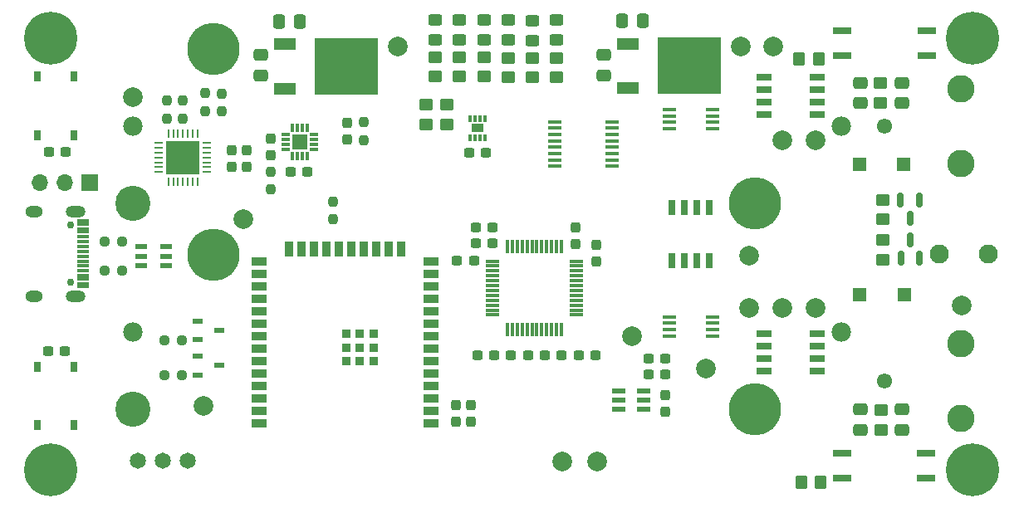
<source format=gbr>
%TF.GenerationSoftware,KiCad,Pcbnew,(6.0.4)*%
%TF.CreationDate,2023-03-24T19:38:28+01:00*%
%TF.ProjectId,test,74657374-2e6b-4696-9361-645f70636258,rev?*%
%TF.SameCoordinates,Original*%
%TF.FileFunction,Soldermask,Top*%
%TF.FilePolarity,Negative*%
%FSLAX46Y46*%
G04 Gerber Fmt 4.6, Leading zero omitted, Abs format (unit mm)*
G04 Created by KiCad (PCBNEW (6.0.4)) date 2023-03-24 19:38:28*
%MOMM*%
%LPD*%
G01*
G04 APERTURE LIST*
G04 Aperture macros list*
%AMRoundRect*
0 Rectangle with rounded corners*
0 $1 Rounding radius*
0 $2 $3 $4 $5 $6 $7 $8 $9 X,Y pos of 4 corners*
0 Add a 4 corners polygon primitive as box body*
4,1,4,$2,$3,$4,$5,$6,$7,$8,$9,$2,$3,0*
0 Add four circle primitives for the rounded corners*
1,1,$1+$1,$2,$3*
1,1,$1+$1,$4,$5*
1,1,$1+$1,$6,$7*
1,1,$1+$1,$8,$9*
0 Add four rect primitives between the rounded corners*
20,1,$1+$1,$2,$3,$4,$5,0*
20,1,$1+$1,$4,$5,$6,$7,0*
20,1,$1+$1,$6,$7,$8,$9,0*
20,1,$1+$1,$8,$9,$2,$3,0*%
G04 Aperture macros list end*
%ADD10C,2.000000*%
%ADD11RoundRect,0.237500X0.300000X0.237500X-0.300000X0.237500X-0.300000X-0.237500X0.300000X-0.237500X0*%
%ADD12RoundRect,0.250000X-0.450000X0.325000X-0.450000X-0.325000X0.450000X-0.325000X0.450000X0.325000X0*%
%ADD13RoundRect,0.237500X-0.250000X-0.237500X0.250000X-0.237500X0.250000X0.237500X-0.250000X0.237500X0*%
%ADD14RoundRect,0.237500X-0.300000X-0.237500X0.300000X-0.237500X0.300000X0.237500X-0.300000X0.237500X0*%
%ADD15R,1.900000X0.750000*%
%ADD16RoundRect,0.250000X0.475000X-0.337500X0.475000X0.337500X-0.475000X0.337500X-0.475000X-0.337500X0*%
%ADD17R,1.475000X1.400000*%
%ADD18C,1.650000*%
%ADD19C,0.750013*%
%ADD20O,2.000000X1.200000*%
%ADD21O,1.800000X1.200000*%
%ADD22R,1.300000X0.300000*%
%ADD23RoundRect,0.237500X-0.237500X0.300000X-0.237500X-0.300000X0.237500X-0.300000X0.237500X0.300000X0*%
%ADD24R,2.200000X1.200000*%
%ADD25R,6.400000X5.800000*%
%ADD26R,0.750000X1.000000*%
%ADD27RoundRect,0.250000X0.450000X-0.350000X0.450000X0.350000X-0.450000X0.350000X-0.450000X-0.350000X0*%
%ADD28RoundRect,0.237500X-0.237500X0.250000X-0.237500X-0.250000X0.237500X-0.250000X0.237500X0.250000X0*%
%ADD29C,3.100000*%
%ADD30C,5.400000*%
%ADD31R,0.300000X0.750000*%
%ADD32R,1.300000X0.900000*%
%ADD33RoundRect,0.237500X0.237500X-0.300000X0.237500X0.300000X-0.237500X0.300000X-0.237500X-0.300000X0*%
%ADD34RoundRect,0.150000X-0.150000X0.587500X-0.150000X-0.587500X0.150000X-0.587500X0.150000X0.587500X0*%
%ADD35RoundRect,0.062500X0.337500X0.062500X-0.337500X0.062500X-0.337500X-0.062500X0.337500X-0.062500X0*%
%ADD36RoundRect,0.062500X0.062500X0.337500X-0.062500X0.337500X-0.062500X-0.337500X0.062500X-0.337500X0*%
%ADD37R,3.350000X3.350000*%
%ADD38RoundRect,0.250000X0.337500X0.475000X-0.337500X0.475000X-0.337500X-0.475000X0.337500X-0.475000X0*%
%ADD39R,1.425000X0.450000*%
%ADD40R,1.500000X0.900000*%
%ADD41R,0.900000X1.500000*%
%ADD42R,0.900000X0.900000*%
%ADD43RoundRect,0.250000X-0.450000X0.350000X-0.450000X-0.350000X0.450000X-0.350000X0.450000X0.350000X0*%
%ADD44RoundRect,0.250000X-0.350000X-0.450000X0.350000X-0.450000X0.350000X0.450000X-0.350000X0.450000X0*%
%ADD45RoundRect,0.250000X-0.475000X0.337500X-0.475000X-0.337500X0.475000X-0.337500X0.475000X0.337500X0*%
%ADD46R,1.500000X0.650000*%
%ADD47R,1.475000X0.450000*%
%ADD48R,0.300000X1.475000*%
%ADD49R,1.475000X0.300000*%
%ADD50RoundRect,0.237500X0.250000X0.237500X-0.250000X0.237500X-0.250000X-0.237500X0.250000X-0.237500X0*%
%ADD51R,1.200000X0.600000*%
%ADD52R,1.100000X0.600000*%
%ADD53R,0.850000X0.300000*%
%ADD54R,0.300000X0.850000*%
%ADD55R,1.650000X1.650000*%
%ADD56RoundRect,0.150000X0.150000X-0.587500X0.150000X0.587500X-0.150000X0.587500X-0.150000X-0.587500X0*%
%ADD57RoundRect,0.237500X0.237500X-0.250000X0.237500X0.250000X-0.237500X0.250000X-0.237500X-0.250000X0*%
%ADD58R,1.400000X0.600000*%
%ADD59R,0.650000X1.500000*%
%ADD60R,1.700000X1.700000*%
%ADD61O,1.700000X1.700000*%
%ADD62C,2.800000*%
%ADD63C,1.550000*%
%ADD64C,1.980000*%
%ADD65C,5.325000*%
%ADD66C,3.585000*%
%ADD67C,1.950000*%
G04 APERTURE END LIST*
D10*
%TO.C,TP15*%
X62225000Y-33425000D03*
%TD*%
%TO.C,TP1*%
X11400000Y-9000000D03*
%TD*%
D11*
%TO.C,C6*%
X4522500Y-14580000D03*
X2797500Y-14580000D03*
%TD*%
D12*
%TO.C,D1*%
X49650000Y-1125000D03*
X49650000Y-3175000D03*
%TD*%
D13*
%TO.C,R1*%
X8467500Y-26750000D03*
X10292500Y-26750000D03*
%TD*%
D14*
%TO.C,C31*%
X63922500Y-37285000D03*
X65647500Y-37285000D03*
%TD*%
D15*
%TO.C,K2*%
X83650000Y-45310000D03*
X83650000Y-47850000D03*
X92250000Y-47850000D03*
X92250000Y-45310000D03*
%TD*%
D11*
%TO.C,C5*%
X48230000Y-35350000D03*
X46505000Y-35350000D03*
%TD*%
D16*
%TO.C,C25*%
X89780000Y-42947500D03*
X89780000Y-40872500D03*
%TD*%
D17*
%TO.C,C29*%
X89982500Y-29210000D03*
X85457500Y-29210000D03*
%TD*%
D18*
%TO.C,SW3*%
X16990000Y-46125000D03*
X14450000Y-46125000D03*
X11910000Y-46125000D03*
%TD*%
D10*
%TO.C,TP2*%
X38330000Y-3880000D03*
%TD*%
D19*
%TO.C,U1*%
X5015621Y-22099060D03*
X5015621Y-27898908D03*
D20*
X5515748Y-20673863D03*
X5515748Y-29324105D03*
D21*
X1315850Y-29324105D03*
X1315850Y-20673863D03*
D22*
X6284100Y-21648971D03*
X6284100Y-22449073D03*
X6284100Y-23749047D03*
X6284100Y-24749047D03*
X6284100Y-25248920D03*
X6284100Y-26248666D03*
X6284100Y-27549149D03*
X6284100Y-28348997D03*
X6284100Y-28049022D03*
X6284100Y-27248920D03*
X6284100Y-26749047D03*
X6284100Y-25749047D03*
X6284100Y-24248920D03*
X6284100Y-23248920D03*
X6284100Y-22749047D03*
X6284100Y-21948946D03*
%TD*%
D23*
%TO.C,C8*%
X45860000Y-40400000D03*
X45860000Y-42125000D03*
%TD*%
D24*
%TO.C,U7*%
X61800000Y-3570000D03*
D25*
X68100000Y-5850000D03*
D24*
X61800000Y-8130000D03*
%TD*%
D10*
%TO.C,TP10*%
X74200000Y-30570000D03*
%TD*%
%TO.C,TP5*%
X80975000Y-13400000D03*
%TD*%
D17*
%TO.C,C28*%
X85437500Y-15900000D03*
X89962500Y-15900000D03*
%TD*%
D26*
%TO.C,SW2*%
X1625000Y-12900000D03*
X1625000Y-6900000D03*
X5375000Y-12900000D03*
X5375000Y-6900000D03*
%TD*%
D27*
%TO.C,R17*%
X41250000Y-11825000D03*
X41250000Y-9825000D03*
%TD*%
D28*
%TO.C,R9*%
X34872500Y-11582500D03*
X34872500Y-13407500D03*
%TD*%
D29*
%TO.C,H4*%
X97000000Y-47000000D03*
D30*
X97000000Y-47000000D03*
%TD*%
D23*
%TO.C,C7*%
X44300000Y-40400000D03*
X44300000Y-42125000D03*
%TD*%
D10*
%TO.C,TP7*%
X77575000Y-13400000D03*
%TD*%
D31*
%TO.C,IC3*%
X45762500Y-13200000D03*
X46262500Y-13200000D03*
X46762500Y-13200000D03*
X47262500Y-13200000D03*
X47262500Y-11200000D03*
X46762500Y-11200000D03*
X46262500Y-11200000D03*
X45762500Y-11200000D03*
D32*
X46512500Y-12200000D03*
%TD*%
D33*
%TO.C,C15*%
X33187500Y-13337500D03*
X33187500Y-11612500D03*
%TD*%
D34*
%TO.C,D7*%
X91525000Y-19487500D03*
X89625000Y-19487500D03*
X90575000Y-21362500D03*
%TD*%
D14*
%TO.C,C30*%
X63922500Y-35685000D03*
X65647500Y-35685000D03*
%TD*%
D26*
%TO.C,SW1*%
X1625000Y-42500000D03*
X1625000Y-36500000D03*
X5375000Y-42500000D03*
X5375000Y-36500000D03*
%TD*%
D14*
%TO.C,C10*%
X53345000Y-35370000D03*
X55070000Y-35370000D03*
%TD*%
D10*
%TO.C,TP13*%
X55175000Y-46200000D03*
%TD*%
D35*
%TO.C,U2*%
X18925000Y-16675000D03*
X18925000Y-16175000D03*
X18925000Y-15675000D03*
X18925000Y-15175000D03*
X18925000Y-14675000D03*
X18925000Y-14175000D03*
X18925000Y-13675000D03*
D36*
X17975000Y-12725000D03*
X17475000Y-12725000D03*
X16975000Y-12725000D03*
X16475000Y-12725000D03*
X15975000Y-12725000D03*
X15475000Y-12725000D03*
X14975000Y-12725000D03*
D35*
X14025000Y-13675000D03*
X14025000Y-14175000D03*
X14025000Y-14675000D03*
X14025000Y-15175000D03*
X14025000Y-15675000D03*
X14025000Y-16175000D03*
X14025000Y-16675000D03*
D36*
X14975000Y-17625000D03*
X15475000Y-17625000D03*
X15975000Y-17625000D03*
X16475000Y-17625000D03*
X16975000Y-17625000D03*
X17475000Y-17625000D03*
X17975000Y-17625000D03*
D37*
X16475000Y-15175000D03*
%TD*%
D11*
%TO.C,C9*%
X51640000Y-35360000D03*
X49915000Y-35360000D03*
%TD*%
D38*
%TO.C,C22*%
X63337500Y-1250000D03*
X61262500Y-1250000D03*
%TD*%
D28*
%TO.C,R11*%
X31775000Y-19687500D03*
X31775000Y-21512500D03*
%TD*%
D27*
%TO.C,R24*%
X87800000Y-21500000D03*
X87800000Y-19500000D03*
%TD*%
D39*
%TO.C,IC6*%
X70472000Y-12255000D03*
X70472000Y-11605000D03*
X70472000Y-10955000D03*
X70472000Y-10305000D03*
X66048000Y-10305000D03*
X66048000Y-10955000D03*
X66048000Y-11605000D03*
X66048000Y-12255000D03*
%TD*%
D40*
%TO.C,U3*%
X41750000Y-42310000D03*
X41750000Y-41040000D03*
X41750000Y-39770000D03*
X41750000Y-38500000D03*
X41750000Y-37230000D03*
X41750000Y-35960000D03*
X41750000Y-34690000D03*
X41750000Y-33420000D03*
X41750000Y-32150000D03*
X41750000Y-30880000D03*
X41750000Y-29610000D03*
X41750000Y-28340000D03*
X41750000Y-27070000D03*
X41750000Y-25800000D03*
D41*
X38720000Y-24550000D03*
X37450000Y-24550000D03*
X36180000Y-24550000D03*
X34910000Y-24550000D03*
X33640000Y-24550000D03*
X32370000Y-24550000D03*
X31100000Y-24550000D03*
X29830000Y-24550000D03*
X28560000Y-24550000D03*
X27290000Y-24550000D03*
D40*
X24250000Y-25800000D03*
X24250000Y-27070000D03*
X24250000Y-28340000D03*
X24250000Y-29610000D03*
X24250000Y-30880000D03*
X24250000Y-32150000D03*
X24250000Y-33420000D03*
X24250000Y-34690000D03*
X24250000Y-35960000D03*
X24250000Y-37230000D03*
X24250000Y-38500000D03*
X24250000Y-39770000D03*
X24250000Y-41040000D03*
X24250000Y-42310000D03*
D42*
X33100000Y-34590000D03*
X34500000Y-34590000D03*
X35900000Y-35990000D03*
X33100000Y-33190000D03*
X35900000Y-34590000D03*
X34500000Y-33190000D03*
X34500000Y-35990000D03*
X35900000Y-33190000D03*
X33100000Y-35990000D03*
%TD*%
D43*
%TO.C,R19*%
X54500000Y-5020000D03*
X54500000Y-7020000D03*
%TD*%
D44*
%TO.C,R20*%
X79275000Y-5125000D03*
X81275000Y-5125000D03*
%TD*%
D11*
%TO.C,C16*%
X47355000Y-14670000D03*
X45630000Y-14670000D03*
%TD*%
D29*
%TO.C,H1*%
X3000000Y-3000000D03*
D30*
X3000000Y-3000000D03*
%TD*%
D11*
%TO.C,C14*%
X29182500Y-16610000D03*
X27457500Y-16610000D03*
%TD*%
D43*
%TO.C,R23*%
X87640000Y-40960000D03*
X87640000Y-42960000D03*
%TD*%
D45*
%TO.C,C24*%
X89800000Y-7562500D03*
X89800000Y-9637500D03*
%TD*%
D33*
%TO.C,C3*%
X56530000Y-24037500D03*
X56530000Y-22312500D03*
%TD*%
D38*
%TO.C,C21*%
X28367500Y-1280000D03*
X26292500Y-1280000D03*
%TD*%
D10*
%TO.C,TP12*%
X58650000Y-46200000D03*
%TD*%
D30*
%TO.C,H2*%
X97000000Y-3000000D03*
D29*
X97000000Y-3000000D03*
%TD*%
D12*
%TO.C,D2*%
X42150000Y-1125000D03*
X42150000Y-3175000D03*
%TD*%
D46*
%TO.C,U8*%
X81100000Y-10805000D03*
X81100000Y-9535000D03*
X81100000Y-8265000D03*
X81100000Y-6995000D03*
X75700000Y-6995000D03*
X75700000Y-8265000D03*
X75700000Y-9535000D03*
X75700000Y-10805000D03*
%TD*%
D43*
%TO.C,R22*%
X87600000Y-7600000D03*
X87600000Y-9600000D03*
%TD*%
D14*
%TO.C,C11*%
X56785000Y-35360000D03*
X58510000Y-35360000D03*
%TD*%
D39*
%TO.C,IC7*%
X70472000Y-33395000D03*
X70472000Y-32745000D03*
X70472000Y-32095000D03*
X70472000Y-31445000D03*
X66048000Y-31445000D03*
X66048000Y-32095000D03*
X66048000Y-32745000D03*
X66048000Y-33395000D03*
%TD*%
D11*
%TO.C,C4*%
X4412500Y-34930000D03*
X2687500Y-34930000D03*
%TD*%
D43*
%TO.C,R14*%
X47150000Y-4920000D03*
X47150000Y-6920000D03*
%TD*%
D16*
%TO.C,C19*%
X24430000Y-6817500D03*
X24430000Y-4742500D03*
%TD*%
D43*
%TO.C,R13*%
X44600000Y-4950000D03*
X44600000Y-6950000D03*
%TD*%
D10*
%TO.C,TP6*%
X80970000Y-30560000D03*
%TD*%
D11*
%TO.C,C12*%
X48050000Y-22350000D03*
X46325000Y-22350000D03*
%TD*%
D10*
%TO.C,TP8*%
X77610000Y-30570000D03*
%TD*%
D46*
%TO.C,U9*%
X81110000Y-36965000D03*
X81110000Y-35695000D03*
X81110000Y-34425000D03*
X81110000Y-33155000D03*
X75710000Y-33155000D03*
X75710000Y-34425000D03*
X75710000Y-35695000D03*
X75710000Y-36965000D03*
%TD*%
D47*
%TO.C,IC5*%
X60208000Y-16075000D03*
X60208000Y-15425000D03*
X60208000Y-14775000D03*
X60208000Y-14125000D03*
X60208000Y-13475000D03*
X60208000Y-12825000D03*
X60208000Y-12175000D03*
X60208000Y-11525000D03*
X54332000Y-11525000D03*
X54332000Y-12175000D03*
X54332000Y-12825000D03*
X54332000Y-13475000D03*
X54332000Y-14125000D03*
X54332000Y-14775000D03*
X54332000Y-15425000D03*
X54332000Y-16075000D03*
%TD*%
D48*
%TO.C,IC2*%
X55050000Y-24262000D03*
X54550000Y-24262000D03*
X54050000Y-24262000D03*
X53550000Y-24262000D03*
X53050000Y-24262000D03*
X52550000Y-24262000D03*
X52050000Y-24262000D03*
X51550000Y-24262000D03*
X51050000Y-24262000D03*
X50550000Y-24262000D03*
X50050000Y-24262000D03*
X49550000Y-24262000D03*
D49*
X48062000Y-25750000D03*
X48062000Y-26250000D03*
X48062000Y-26750000D03*
X48062000Y-27250000D03*
X48062000Y-27750000D03*
X48062000Y-28250000D03*
X48062000Y-28750000D03*
X48062000Y-29250000D03*
X48062000Y-29750000D03*
X48062000Y-30250000D03*
X48062000Y-30750000D03*
X48062000Y-31250000D03*
D48*
X49550000Y-32738000D03*
X50050000Y-32738000D03*
X50550000Y-32738000D03*
X51050000Y-32738000D03*
X51550000Y-32738000D03*
X52050000Y-32738000D03*
X52550000Y-32738000D03*
X53050000Y-32738000D03*
X53550000Y-32738000D03*
X54050000Y-32738000D03*
X54550000Y-32738000D03*
X55050000Y-32738000D03*
D49*
X56538000Y-31250000D03*
X56538000Y-30750000D03*
X56538000Y-30250000D03*
X56538000Y-29750000D03*
X56538000Y-29250000D03*
X56538000Y-28750000D03*
X56538000Y-28250000D03*
X56538000Y-27750000D03*
X56538000Y-27250000D03*
X56538000Y-26750000D03*
X56538000Y-26250000D03*
X56538000Y-25750000D03*
%TD*%
D12*
%TO.C,D4*%
X47150000Y-1125000D03*
X47150000Y-3175000D03*
%TD*%
D50*
%TO.C,R8*%
X16362500Y-33800000D03*
X14537500Y-33800000D03*
%TD*%
D45*
%TO.C,C26*%
X85500000Y-7562500D03*
X85500000Y-9637500D03*
%TD*%
D43*
%TO.C,R7*%
X49650000Y-5020000D03*
X49650000Y-7020000D03*
%TD*%
D10*
%TO.C,TP11*%
X74200000Y-25200000D03*
%TD*%
D51*
%TO.C,IC1*%
X14750000Y-26200000D03*
X14750000Y-25250000D03*
X14750000Y-24300000D03*
X12250000Y-24300000D03*
X12250000Y-25250000D03*
X12250000Y-26200000D03*
%TD*%
D52*
%TO.C,Q2*%
X17950000Y-31850000D03*
X17950000Y-33750000D03*
X20150000Y-32800000D03*
%TD*%
D53*
%TO.C,IC4*%
X29850000Y-14350000D03*
X29850000Y-13850000D03*
X29850000Y-13350000D03*
X29850000Y-12850000D03*
D54*
X29150000Y-12150000D03*
X28650000Y-12150000D03*
X28150000Y-12150000D03*
X27650000Y-12150000D03*
D53*
X26950000Y-12850000D03*
X26950000Y-13350000D03*
X26950000Y-13850000D03*
X26950000Y-14350000D03*
D54*
X27650000Y-15050000D03*
X28150000Y-15050000D03*
X28650000Y-15050000D03*
X29150000Y-15050000D03*
D55*
X28400000Y-13600000D03*
%TD*%
D28*
%TO.C,R10*%
X25425000Y-16625000D03*
X25425000Y-18450000D03*
%TD*%
D10*
%TO.C,TP17*%
X22650000Y-21450000D03*
%TD*%
D56*
%TO.C,D8*%
X89650000Y-25487500D03*
X91550000Y-25487500D03*
X90600000Y-23612500D03*
%TD*%
D28*
%TO.C,R5*%
X16450000Y-9387500D03*
X16450000Y-11212500D03*
%TD*%
D43*
%TO.C,R25*%
X87830000Y-23610000D03*
X87830000Y-25610000D03*
%TD*%
D12*
%TO.C,D6*%
X54500000Y-1175000D03*
X54500000Y-3225000D03*
%TD*%
D27*
%TO.C,R16*%
X43330000Y-11815000D03*
X43330000Y-9815000D03*
%TD*%
D57*
%TO.C,R6*%
X14850000Y-11212500D03*
X14850000Y-9387500D03*
%TD*%
D28*
%TO.C,R4*%
X20450000Y-8662500D03*
X20450000Y-10487500D03*
%TD*%
D58*
%TO.C,IC8*%
X63415000Y-40885000D03*
X63415000Y-39935000D03*
X63415000Y-38985000D03*
X60915000Y-38985000D03*
X60915000Y-39935000D03*
X60915000Y-40885000D03*
%TD*%
D16*
%TO.C,C20*%
X59400000Y-6787500D03*
X59400000Y-4712500D03*
%TD*%
D13*
%TO.C,R2*%
X8467500Y-23750000D03*
X10292500Y-23750000D03*
%TD*%
D33*
%TO.C,C32*%
X65635000Y-41147500D03*
X65635000Y-39422500D03*
%TD*%
D44*
%TO.C,R21*%
X79490000Y-48290000D03*
X81490000Y-48290000D03*
%TD*%
D10*
%TO.C,TP16*%
X18525000Y-40525000D03*
%TD*%
%TO.C,TP9*%
X76680000Y-3890000D03*
%TD*%
%TO.C,TP3*%
X73300000Y-3850000D03*
%TD*%
D11*
%TO.C,C13*%
X46137500Y-25675000D03*
X44412500Y-25675000D03*
%TD*%
D59*
%TO.C,U10*%
X70130000Y-20325000D03*
X68860000Y-20325000D03*
X67590000Y-20325000D03*
X66320000Y-20325000D03*
X66320000Y-25725000D03*
X67590000Y-25725000D03*
X68860000Y-25725000D03*
X70130000Y-25725000D03*
%TD*%
D30*
%TO.C,H3*%
X3000000Y-47000000D03*
D29*
X3000000Y-47000000D03*
%TD*%
D23*
%TO.C,C2*%
X58580000Y-24087500D03*
X58580000Y-25812500D03*
%TD*%
D24*
%TO.C,U6*%
X26830000Y-3600000D03*
D25*
X33130000Y-5880000D03*
D24*
X26830000Y-8160000D03*
%TD*%
D50*
%TO.C,R15*%
X16362500Y-37400000D03*
X14537500Y-37400000D03*
%TD*%
D23*
%TO.C,C23*%
X22975000Y-14437500D03*
X22975000Y-16162500D03*
%TD*%
D43*
%TO.C,R18*%
X52100000Y-5020000D03*
X52100000Y-7020000D03*
%TD*%
D12*
%TO.C,D3*%
X44600000Y-1125000D03*
X44600000Y-3175000D03*
%TD*%
D28*
%TO.C,R3*%
X18725000Y-8637500D03*
X18725000Y-10462500D03*
%TD*%
D43*
%TO.C,R12*%
X42150000Y-4925000D03*
X42150000Y-6925000D03*
%TD*%
D52*
%TO.C,Q1*%
X17950000Y-35450000D03*
X17950000Y-37350000D03*
X20150000Y-36400000D03*
%TD*%
D33*
%TO.C,C17*%
X25420000Y-14952500D03*
X25420000Y-13227500D03*
%TD*%
D10*
%TO.C,TP4*%
X95900000Y-30300000D03*
%TD*%
D11*
%TO.C,C18*%
X48052500Y-23900000D03*
X46327500Y-23900000D03*
%TD*%
D23*
%TO.C,C1*%
X21450000Y-14437500D03*
X21450000Y-16162500D03*
%TD*%
D10*
%TO.C,TP14*%
X69750000Y-36725000D03*
%TD*%
D15*
%TO.C,K1*%
X83700000Y-2230000D03*
X83700000Y-4770000D03*
X92300000Y-4770000D03*
X92300000Y-2230000D03*
%TD*%
D16*
%TO.C,C27*%
X85490000Y-42970000D03*
X85490000Y-40895000D03*
%TD*%
D12*
%TO.C,D5*%
X52100000Y-1195000D03*
X52100000Y-3245000D03*
%TD*%
D60*
%TO.C,JP1*%
X6925000Y-17750000D03*
D61*
X4385000Y-17750000D03*
X1845000Y-17750000D03*
%TD*%
D62*
%TO.C,J3*%
X95762500Y-8200000D03*
X95762500Y-15800000D03*
D63*
X87962500Y-12000000D03*
%TD*%
D62*
%TO.C,J4*%
X95762500Y-34200000D03*
X95762500Y-41800000D03*
D63*
X87962500Y-38000000D03*
%TD*%
D64*
%TO.C,U5*%
X11380000Y-33000000D03*
X83600000Y-33000000D03*
D65*
X74780000Y-40870000D03*
D66*
X11380000Y-40870000D03*
D65*
X19580000Y-25130000D03*
%TD*%
D64*
%TO.C,U4*%
X11400000Y-12000000D03*
X83620000Y-12000000D03*
D65*
X74800000Y-19870000D03*
D66*
X11400000Y-19870000D03*
D65*
X19600000Y-4130000D03*
%TD*%
D67*
%TO.C,J1*%
X93607000Y-25000000D03*
X98607000Y-25000000D03*
%TD*%
M02*

</source>
